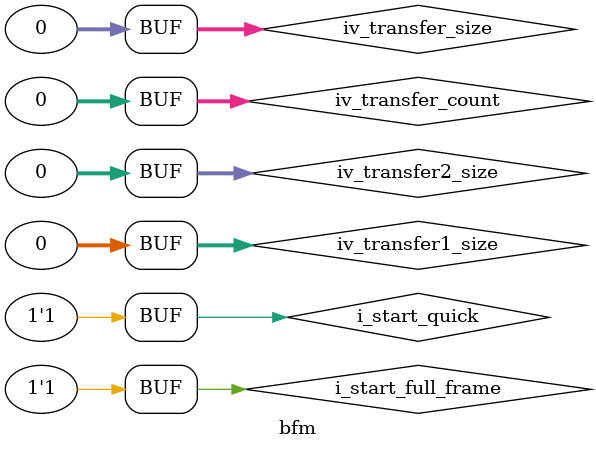
<source format=v>
`timescale 1ns/1ps
module bfm # (
	parameter		DATA_WIDTH			= 32		,	//Êý¾Ý¿í¶È
	parameter		PTR_WIDTH			= 2			,	//¶ÁÐ´Ö¸ÕëµÄÎ»¿í£¬1-×î´ó2Ö¡ 2-×î´ó4Ö¡ 3-×î´ó8Ö¡ 4-×î´ó16Ö¡ 5-×î´ó32Ö¡
	parameter		FRAME_SIZE_WIDTH	= 25			//Ò»Ö¡´óÐ¡Î»¿í£¬µ±DDR3ÊÇ1GbitÊ±£¬×î´óÈÝÁ¿ÊÇ128Mbyte£¬µ±mcb p3 ¿ÚÎ»¿íÊÇ32Ê±£¬25Î»¿íµÄsize¼ÆÊýÆ÷¾Í×ã¹»ÁË
	)
	();

	//	ref signals
	//	-------------------------------------------------------------------------------------
	//	¿ÉÓÃÐÅºÅ
	//	-------------------------------------------------------------------------------------
	reg		[PTR_WIDTH-1:0]				iv_frame_depth			;
	reg									i_start_full_frame		= 1'b1;
	reg									i_start_quick			= 1'b1;
	wire	[FRAME_SIZE_WIDTH-1:0]		iv_frame_size			;
	reg		[31:0]						iv_transfer_count		= 32'b0;
	reg		[31:0]						iv_transfer_size		= 32'b0;
	reg		[31:0]						iv_transfer1_size		= 32'b0;
	reg		[31:0]						iv_transfer2_size		= 32'b0;



	//	ref ARCHITECTURE

	//  ===============================================================================================
	//	ref ***Ö¡´æ task***
	//  ===============================================================================================
	task frame_depth;
		input	[PTR_WIDTH-1:0]		iv_frame_depth_input;
		begin
			#1
			iv_frame_depth	= iv_frame_depth_input;
		end
	endtask

	//	-------------------------------------------------------------------------------------
	//	Ö¡´æ´óÐ¡
	//	-------------------------------------------------------------------------------------
	assign	iv_frame_size		= (driver_mt9p031.bfm_mt9p031.iv_line_active_pix_num * driver_mt9p031.bfm_mt9p031.iv_line_active_num);

	//	-------------------------------------------------------------------------------------
	//	start_ff
	//	-------------------------------------------------------------------------------------
	task start_ff_high;
		begin
			#1
			i_start_full_frame	= 1'b1;
		end
	endtask
	
	task start_ff_low;
		begin
			#1
			i_start_full_frame	= 1'b1;
		end
	endtask

	//	-------------------------------------------------------------------------------------
	//	start_qk
	//	-------------------------------------------------------------------------------------
	task start_qk_high;
		begin
			#1
			i_start_quick	= 1'b1;
		end
	endtask
	
	task start_qk_low;
		begin
			#1
			i_start_quick	= 1'b1;
		end
	endtask

	//	-------------------------------------------------------------------------------------
	//	si info
	//	-------------------------------------------------------------------------------------
	task si_info;
		begin
			#1
			iv_transfer_size	= 32'h100000;
			#1
			iv_transfer_count	= iv_frame_size/iv_transfer_size;
			#1
			iv_transfer1_size	= (((iv_frame_size-iv_transfer_size*iv_transfer_count)/32'h400)*32'h400);
			#1
			if((iv_frame_size-iv_transfer_size*iv_transfer_count-iv_transfer1_size)!=0) begin
				iv_transfer2_size	= 32'h400;
			end
			else begin
				iv_transfer2_size	= 32'h0;
			end
		end
	endtask




endmodule

</source>
